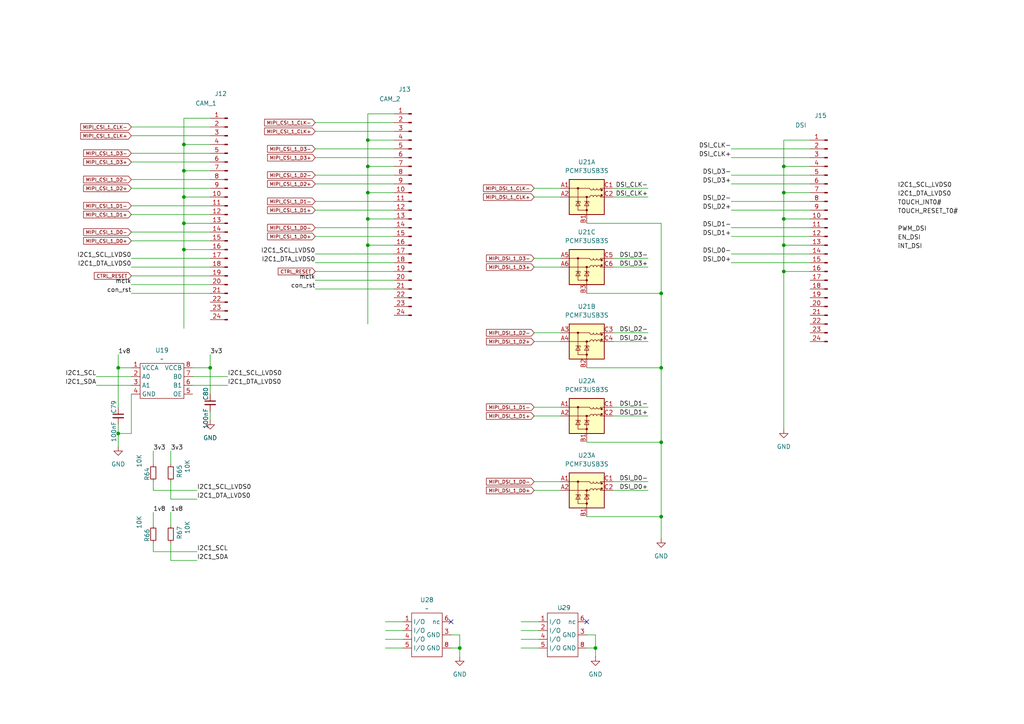
<source format=kicad_sch>
(kicad_sch (version 20231120) (generator "eeschema") (generator_version "8.0")
  (paper "A4")
  (lib_symbols
    (symbol "Connector:Conn_01x24_Pin" (pin_names (offset 1.016) hide)
      (property "Reference" "J" (at 0 30.48 0))
      (property "Value" "Conn_01x24_Pin" (at 0 -33.02 0))
      (symbol "Conn_01x24_Pin_1_1"
        (polyline (pts (xy 1.27 -30.48) (xy 0.8636 -30.48)) (stroke (width 0.1524)))
        (polyline (pts (xy 1.27 -27.94) (xy 0.8636 -27.94)) (stroke (width 0.1524)))
        (polyline (pts (xy 1.27 -25.4) (xy 0.8636 -25.4)) (stroke (width 0.1524)))
        (polyline (pts (xy 1.27 -22.86) (xy 0.8636 -22.86)) (stroke (width 0.1524)))
        (polyline (pts (xy 1.27 -20.32) (xy 0.8636 -20.32)) (stroke (width 0.1524)))
        (polyline (pts (xy 1.27 -17.78) (xy 0.8636 -17.78)) (stroke (width 0.1524)))
        (polyline (pts (xy 1.27 -15.24) (xy 0.8636 -15.24)) (stroke (width 0.1524)))
        (polyline (pts (xy 1.27 -12.7) (xy 0.8636 -12.7)) (stroke (width 0.1524)))
        (polyline (pts (xy 1.27 -10.16) (xy 0.8636 -10.16)) (stroke (width 0.1524)))
        (polyline (pts (xy 1.27 -7.62) (xy 0.8636 -7.62)) (stroke (width 0.1524)))
        (polyline (pts (xy 1.27 -5.08) (xy 0.8636 -5.08)) (stroke (width 0.1524)))
        (polyline (pts (xy 1.27 -2.54) (xy 0.8636 -2.54)) (stroke (width 0.1524)))
        (polyline (pts (xy 1.27 0) (xy 0.8636 0)) (stroke (width 0.1524)))
        (polyline (pts (xy 1.27 2.54) (xy 0.8636 2.54)) (stroke (width 0.1524)))
        (polyline (pts (xy 1.27 5.08) (xy 0.8636 5.08)) (stroke (width 0.1524)))
        (polyline (pts (xy 1.27 7.62) (xy 0.8636 7.62)) (stroke (width 0.1524)))
        (polyline (pts (xy 1.27 10.16) (xy 0.8636 10.16)) (stroke (width 0.1524)))
        (polyline (pts (xy 1.27 12.7) (xy 0.8636 12.7)) (stroke (width 0.1524)))
        (polyline (pts (xy 1.27 15.24) (xy 0.8636 15.24)) (stroke (width 0.1524)))
        (polyline (pts (xy 1.27 17.78) (xy 0.8636 17.78)) (stroke (width 0.1524)))
        (polyline (pts (xy 1.27 20.32) (xy 0.8636 20.32)) (stroke (width 0.1524)))
        (polyline (pts (xy 1.27 22.86) (xy 0.8636 22.86)) (stroke (width 0.1524)))
        (polyline (pts (xy 1.27 25.4) (xy 0.8636 25.4)) (stroke (width 0.1524)))
        (polyline (pts (xy 1.27 27.94) (xy 0.8636 27.94)) (stroke (width 0.1524)))
        (rectangle (start 0.8636 -30.353) (end 0 -30.607) (stroke (width 0.1524)) (fill (type outline)))
        (rectangle (start 0.8636 -27.813) (end 0 -28.067) (stroke (width 0.1524)) (fill (type outline)))
        (rectangle (start 0.8636 -25.273) (end 0 -25.527) (stroke (width 0.1524)) (fill (type outline)))
        (rectangle (start 0.8636 -22.733) (end 0 -22.987) (stroke (width 0.1524)) (fill (type outline)))
        (rectangle (start 0.8636 -20.193) (end 0 -20.447) (stroke (width 0.1524)) (fill (type outline)))
        (rectangle (start 0.8636 -17.653) (end 0 -17.907) (stroke (width 0.1524)) (fill (type outline)))
        (rectangle (start 0.8636 -15.113) (end 0 -15.367) (stroke (width 0.1524)) (fill (type outline)))
        (rectangle (start 0.8636 -12.573) (end 0 -12.827) (stroke (width 0.1524)) (fill (type outline)))
        (rectangle (start 0.8636 -10.033) (end 0 -10.287) (stroke (width 0.1524)) (fill (type outline)))
        (rectangle (start 0.8636 -7.493) (end 0 -7.747) (stroke (width 0.1524)) (fill (type outline)))
        (rectangle (start 0.8636 -4.953) (end 0 -5.207) (stroke (width 0.1524)) (fill (type outline)))
        (rectangle (start 0.8636 -2.413) (end 0 -2.667) (stroke (width 0.1524)) (fill (type outline)))
        (rectangle (start 0.8636 0.127) (end 0 -0.127) (stroke (width 0.1524)) (fill (type outline)))
        (rectangle (start 0.8636 2.667) (end 0 2.413) (stroke (width 0.1524)) (fill (type outline)))
        (rectangle (start 0.8636 5.207) (end 0 4.953) (stroke (width 0.1524)) (fill (type outline)))
        (rectangle (start 0.8636 7.747) (end 0 7.493) (stroke (width 0.1524)) (fill (type outline)))
        (rectangle (start 0.8636 10.287) (end 0 10.033) (stroke (width 0.1524)) (fill (type outline)))
        (rectangle (start 0.8636 12.827) (end 0 12.573) (stroke (width 0.1524)) (fill (type outline)))
        (rectangle (start 0.8636 15.367) (end 0 15.113) (stroke (width 0.1524)) (fill (type outline)))
        (rectangle (start 0.8636 17.907) (end 0 17.653) (stroke (width 0.1524)) (fill (type outline)))
        (rectangle (start 0.8636 20.447) (end 0 20.193) (stroke (width 0.1524)) (fill (type outline)))
        (rectangle (start 0.8636 22.987) (end 0 22.733) (stroke (width 0.1524)) (fill (type outline)))
        (rectangle (start 0.8636 25.527) (end 0 25.273) (stroke (width 0.1524)) (fill (type outline)))
        (rectangle (start 0.8636 28.067) (end 0 27.813) (stroke (width 0.1524)) (fill (type outline)))
        (pin passive line (at 5.08 27.94 180) (length 3.81) (name "Pin_1") (number "1"))
        (pin passive line (at 5.08 5.08 180) (length 3.81) (name "Pin_10") (number "10"))
        (pin passive line (at 5.08 2.54 180) (length 3.81) (name "Pin_11") (number "11"))
        (pin passive line (at 5.08 0 180) (length 3.81) (name "Pin_12") (number "12"))
        (pin passive line (at 5.08 -2.54 180) (length 3.81) (name "Pin_13") (number "13"))
        (pin passive line (at 5.08 -5.08 180) (length 3.81) (name "Pin_14") (number "14"))
        (pin passive line (at 5.08 -7.62 180) (length 3.81) (name "Pin_15") (number "15"))
        (pin passive line (at 5.08 -10.16 180) (length 3.81) (name "Pin_16") (number "16"))
        (pin passive line (at 5.08 -12.7 180) (length 3.81) (name "Pin_17") (number "17"))
        (pin passive line (at 5.08 -15.24 180) (length 3.81) (name "Pin_18") (number "18"))
        (pin passive line (at 5.08 -17.78 180) (length 3.81) (name "Pin_19") (number "19"))
        (pin passive line (at 5.08 25.4 180) (length 3.81) (name "Pin_2") (number "2"))
        (pin passive line (at 5.08 -20.32 180) (length 3.81) (name "Pin_20") (number "20"))
        (pin passive line (at 5.08 -22.86 180) (length 3.81) (name "Pin_21") (number "21"))
        (pin passive line (at 5.08 -25.4 180) (length 3.81) (name "Pin_22") (number "22"))
        (pin passive line (at 5.08 -27.94 180) (length 3.81) (name "Pin_23") (number "23"))
        (pin passive line (at 5.08 -30.48 180) (length 3.81) (name "Pin_24") (number "24"))
        (pin passive line (at 5.08 22.86 180) (length 3.81) (name "Pin_3") (number "3"))
        (pin passive line (at 5.08 20.32 180) (length 3.81) (name "Pin_4") (number "4"))
        (pin passive line (at 5.08 17.78 180) (length 3.81) (name "Pin_5") (number "5"))
        (pin passive line (at 5.08 15.24 180) (length 3.81) (name "Pin_6") (number "6"))
        (pin passive line (at 5.08 12.7 180) (length 3.81) (name "Pin_7") (number "7"))
        (pin passive line (at 5.08 10.16 180) (length 3.81) (name "Pin_8") (number "8"))
        (pin passive line (at 5.08 7.62 180) (length 3.81) (name "Pin_9") (number "9"))
      )
    )
    (symbol "Device:C_Small" (pin_numbers hide) (pin_names (offset 0.254) hide)
      (property "Reference" "C" (at 0.254 1.778 0))
      (property "Value" "C_Small" (at 0.254 -2.032 0))
      (symbol "C_Small_0_1"
        (polyline (pts (xy -1.524 -0.508) (xy 1.524 -0.508)) (stroke (width 0.3302)))
        (polyline (pts (xy -1.524 0.508) (xy 1.524 0.508)) (stroke (width 0.3048)))
      )
      (symbol "C_Small_1_1"
        (pin passive line (at 0 2.54 270) (length 2.032) (name "~") (number "1"))
        (pin passive line (at 0 -2.54 90) (length 2.032) (name "~") (number "2"))
      )
    )
    (symbol "Device:R_Small" (pin_numbers hide) (pin_names (offset 0.254) hide)
      (property "Reference" "R" (at 0.762 0.508 0))
      (property "Value" "R_Small" (at 0.762 -1.016 0))
      (symbol "R_Small_0_1"
        (rectangle (start -0.762 1.778) (end 0.762 -1.778) (stroke (width 0.2032)))
      )
      (symbol "R_Small_1_1"
        (pin passive line (at 0 2.54 270) (length 0.762) (name "~") (number "1"))
        (pin passive line (at 0 -2.54 90) (length 0.762) (name "~") (number "2"))
      )
    )
    (symbol "Power_Protection:PCMF3USB3S" (pin_names (offset 0.0254) hide)
      (property "Reference" "U" (at -5.08 6.35 0))
      (property "Value" "PCMF3USB3S" (at 7.62 6.35 0))
      (symbol "PCMF3USB3S_0_1"
        (rectangle (start -5.08 5.08) (end 5.08 -5.08) (stroke (width 0.254)) (fill (type background)))
        (polyline (pts (xy -5.08 0) (xy 0.889 0)))
        (polyline (pts (xy -5.08 2.54) (xy 0.889 2.54)))
        (polyline (pts (xy -2.54 2.54) (xy -2.54 -3.81)))
        (polyline (pts (xy 0 0) (xy 0 -5.08)))
        (polyline (pts (xy 5.08 0) (xy 3.937 0)))
        (polyline (pts (xy 5.08 2.54) (xy 3.937 2.54)))
        (arc (start 0.889 2.5023) (mid 1.397 2.0306) (end 1.905 2.5023))
        (arc (start 1.905 0.0377) (mid 1.397 0.5094) (end 0.889 0.0377))
        (arc (start 1.905 2.5023) (mid 2.413 2.0306) (end 2.921 2.5023))
        (arc (start 2.921 0.0377) (mid 2.413 0.5094) (end 1.905 0.0377))
        (arc (start 2.921 2.5023) (mid 3.429 2.0306) (end 3.937 2.5023))
        (arc (start 3.937 0.0377) (mid 3.429 0.5094) (end 2.921 0.0377))
      )
      (symbol "PCMF3USB3S_1_1"
        (circle (center -2.54 2.54) (radius 0.254) (fill (type outline)))
        (circle (center 0 -3.81) (radius 0.254) (fill (type outline)))
        (polyline (pts (xy 0 -3.81) (xy -2.54 -3.81)))
        (polyline (pts (xy -1.905 -1.651) (xy -1.905 -1.27) (xy -3.175 -1.27)))
        (polyline (pts (xy 0.635 -1.651) (xy 0.635 -1.27) (xy -0.635 -1.27)))
        (polyline (pts (xy -3.175 -2.54) (xy -1.905 -2.54) (xy -2.54 -1.27) (xy -3.175 -2.54)))
        (polyline (pts (xy -0.635 -2.54) (xy 0.635 -2.54) (xy 0 -1.27) (xy -0.635 -2.54)))
        (circle (center 0 0) (radius 0.254) (fill (type outline)))
        (circle (center 4.318 0.508) (radius 0.254) (fill (type outline)))
        (circle (center 4.318 2.032) (radius 0.254) (fill (type outline)))
        (pin passive line (at -7.62 2.54 0) (length 2.54) (name "CH1_IN+") (number "A1"))
        (pin passive line (at -7.62 0 0) (length 2.54) (name "CH1_IN-") (number "A2"))
        (pin power_in line (at 0 -7.62 90) (length 2.54) (name "GND_CH1") (number "B1"))
        (pin passive line (at 7.62 2.54 180) (length 2.54) (name "CH1_OUT+") (number "C1"))
        (pin passive line (at 7.62 0 180) (length 2.54) (name "CH1_OUT-") (number "C2"))
      )
      (symbol "PCMF3USB3S_2_1"
        (circle (center -2.54 2.54) (radius 0.254) (fill (type outline)))
        (circle (center 0 -3.81) (radius 0.254) (fill (type outline)))
        (polyline (pts (xy 0 -3.81) (xy -2.54 -3.81)))
        (polyline (pts (xy -1.905 -1.651) (xy -1.905 -1.27) (xy -3.175 -1.27)))
        (polyline (pts (xy 0.635 -1.651) (xy 0.635 -1.27) (xy -0.635 -1.27)))
        (polyline (pts (xy -3.175 -2.54) (xy -1.905 -2.54) (xy -2.54 -1.27) (xy -3.175 -2.54)))
        (polyline (pts (xy -0.635 -2.54) (xy 0.635 -2.54) (xy 0 -1.27) (xy -0.635 -2.54)))
        (circle (center 0 0) (radius 0.254) (fill (type outline)))
        (circle (center 4.318 0.508) (radius 0.254) (fill (type outline)))
        (circle (center 4.318 2.032) (radius 0.254) (fill (type outline)))
        (pin passive line (at -7.62 2.54 0) (length 2.54) (name "CH2_IN+") (number "A3"))
        (pin passive line (at -7.62 0 0) (length 2.54) (name "CH2_IN-") (number "A4"))
        (pin power_in line (at 0 -7.62 90) (length 2.54) (name "GND_CH2") (number "B2"))
        (pin passive line (at 7.62 2.54 180) (length 2.54) (name "CH2_OUT+") (number "C3"))
        (pin passive line (at 7.62 0 180) (length 2.54) (name "CH2_OUT-") (number "C4"))
      )
      (symbol "PCMF3USB3S_3_1"
        (circle (center -2.54 2.54) (radius 0.254) (fill (type outline)))
        (circle (center 0 -3.81) (radius 0.254) (fill (type outline)))
        (polyline (pts (xy 0 -3.81) (xy -2.54 -3.81)))
        (polyline (pts (xy -1.905 -1.651) (xy -1.905 -1.27) (xy -3.175 -1.27)))
        (polyline (pts (xy 0.635 -1.651) (xy 0.635 -1.27) (xy -0.635 -1.27)))
        (polyline (pts (xy -3.175 -2.54) (xy -1.905 -2.54) (xy -2.54 -1.27) (xy -3.175 -2.54)))
        (polyline (pts (xy -0.635 -2.54) (xy 0.635 -2.54) (xy 0 -1.27) (xy -0.635 -2.54)))
        (circle (center 0 0) (radius 0.254) (fill (type outline)))
        (circle (center 4.318 0.508) (radius 0.254) (fill (type outline)))
        (circle (center 4.318 2.032) (radius 0.254) (fill (type outline)))
        (pin passive line (at -7.62 2.54 0) (length 2.54) (name "CH3_IN+") (number "A5"))
        (pin passive line (at -7.62 0 0) (length 2.54) (name "CH3_IN-") (number "A6"))
        (pin power_in line (at 0 -7.62 90) (length 2.54) (name "GND_CH3") (number "B3"))
        (pin passive line (at 7.62 2.54 180) (length 2.54) (name "CH3_OUT+") (number "C5"))
        (pin passive line (at 7.62 0 180) (length 2.54) (name "CH3_OUT-") (number "C6"))
      )
    )
    (symbol "_W_MX8M:D3V3F4U10LP-7"
      (property "Reference" "U" (at -0.254 5.334 0))
      (symbol "D3V3F4U10LP-7_0_1"
        (rectangle (start -5.08 3.81) (end 3.81 -8.89))
      )
      (symbol "D3V3F4U10LP-7_1_1"
        (pin input line (at -7.62 1.27 0) (length 2.54) (name "I/O") (number "1"))
        (pin input line (at 6.35 1.27 180) (length 2.54) hide (name "nc") (number "10"))
        (pin input line (at -7.62 -1.27 0) (length 2.54) (name "I/O") (number "2"))
        (pin input line (at 6.35 -2.54 180) (length 2.54) (name "GND") (number "3"))
        (pin input line (at -7.62 -3.81 0) (length 2.54) (name "I/O") (number "4"))
        (pin input line (at -7.62 -6.35 0) (length 2.54) (name "I/O") (number "5"))
        (pin input line (at 6.35 1.27 180) (length 2.54) (name "nc") (number "6"))
        (pin input line (at 6.35 1.27 180) (length 2.54) hide (name "nc") (number "7"))
        (pin input line (at 6.35 -6.35 180) (length 2.54) (name "GND") (number "8"))
        (pin input line (at 6.35 1.27 180) (length 2.54) hide (name "nc") (number "9"))
      )
    )
    (symbol "_W_MX8M:FXMA2102L8X"
      (property "Reference" "U" (at 1.016 9.144 0))
      (symbol "FXMA2102L8X_0_1"
        (rectangle (start -5.08 7.62) (end 7.62 -2.54))
      )
      (symbol "FXMA2102L8X_1_1"
        (pin input line (at -7.62 6.35 0) (length 2.54) (name "VCCA") (number "1"))
        (pin input line (at -7.62 3.81 0) (length 2.54) (name "A0") (number "2"))
        (pin input line (at -7.62 1.27 0) (length 2.54) (name "A1") (number "3"))
        (pin input line (at -7.62 -1.27 0) (length 2.54) (name "GND") (number "4"))
        (pin input line (at 10.16 -1.27 180) (length 2.54) (name "OE") (number "5"))
        (pin input line (at 10.16 1.27 180) (length 2.54) (name "B1") (number "6"))
        (pin input line (at 10.16 3.81 180) (length 2.54) (name "B0") (number "7"))
        (pin input line (at 10.16 6.35 180) (length 2.54) (name "VCCB") (number "8"))
      )
    )
    (symbol "power:GND" (power) (pin_numbers hide) (pin_names (offset 0) hide)
      (property "Value" "GND" (at 0 -3.81 0))
      (symbol "GND_0_1"
        (polyline (pts (xy 0 0) (xy 0 -1.27) (xy 1.27 -1.27) (xy 0 -2.54) (xy -1.27 -1.27) (xy 0 -1.27)))
      )
      (symbol "GND_1_1"
        (pin power_in line (at 0 0 270) (length 0) (name "~") (number "1"))
      )
    )
  )
  (junction (at 172.72 187.96))
  (junction (at 53.34 49.53))
  (junction (at 60.96 106.68))
  (junction (at 53.34 72.39))
  (junction (at 191.77 85.09))
  (junction (at 53.34 64.77))
  (junction (at 133.35 187.96))
  (junction (at 227.33 71.12))
  (junction (at 106.68 71.12))
  (junction (at 53.34 57.15))
  (junction (at 227.33 78.74))
  (junction (at 34.29 106.68))
  (junction (at 106.68 48.26))
  (junction (at 227.33 55.88))
  (junction (at 191.77 106.68))
  (junction (at 34.29 125.73))
  (junction (at 53.34 41.91))
  (junction (at 106.68 40.64))
  (junction (at 106.68 55.88))
  (junction (at 227.33 48.26))
  (junction (at 227.33 63.5))
  (junction (at 191.77 128.27))
  (junction (at 191.77 149.86))
  (junction (at 106.68 63.5))
  (no_connect (at 170.18 180.34))
  (no_connect (at 130.81 180.34))
  (wire (pts (xy 133.35 184.15) (xy 133.35 187.96)))
  (wire (pts (xy 91.44 35.56) (xy 114.3 35.56)))
  (wire (pts (xy 34.29 125.73) (xy 38.1 125.73)))
  (wire (pts (xy 177.8 96.52) (xy 187.96 96.52)))
  (wire (pts (xy 170.18 184.15) (xy 172.72 184.15)))
  (wire (pts (xy 38.1 62.23) (xy 60.96 62.23)))
  (wire (pts (xy 49.53 162.56) (xy 57.15 162.56)))
  (wire (pts (xy 170.18 128.27) (xy 191.77 128.27)))
  (wire (pts (xy 212.09 50.8) (xy 234.95 50.8)))
  (wire (pts (xy 151.13 182.88) (xy 156.21 182.88)))
  (wire (pts (xy 154.94 118.11) (xy 162.56 118.11)))
  (wire (pts (xy 91.44 53.34) (xy 114.3 53.34)))
  (wire (pts (xy 170.18 64.77) (xy 191.77 64.77)))
  (wire (pts (xy 91.44 68.58) (xy 114.3 68.58)))
  (wire (pts (xy 212.09 53.34) (xy 234.95 53.34)))
  (wire (pts (xy 130.81 187.96) (xy 133.35 187.96)))
  (wire (pts (xy 34.29 123.19) (xy 34.29 125.73)))
  (wire (pts (xy 114.3 40.64) (xy 106.68 40.64)))
  (wire (pts (xy 114.3 33.02) (xy 106.68 33.02)))
  (wire (pts (xy 177.8 139.7) (xy 187.96 139.7)))
  (wire (pts (xy 91.44 76.2) (xy 114.3 76.2)))
  (wire (pts (xy 60.96 49.53) (xy 53.34 49.53)))
  (wire (pts (xy 53.34 57.15) (xy 53.34 64.77)))
  (wire (pts (xy 38.1 109.22) (xy 27.94 109.22)))
  (wire (pts (xy 227.33 48.26) (xy 227.33 55.88)))
  (wire (pts (xy 44.45 139.7) (xy 44.45 142.24)))
  (wire (pts (xy 234.95 63.5) (xy 227.33 63.5)))
  (wire (pts (xy 170.18 85.09) (xy 191.77 85.09)))
  (wire (pts (xy 38.1 39.37) (xy 60.96 39.37)))
  (wire (pts (xy 234.95 55.88) (xy 227.33 55.88)))
  (wire (pts (xy 91.44 43.18) (xy 114.3 43.18)))
  (wire (pts (xy 111.76 180.34) (xy 116.84 180.34)))
  (wire (pts (xy 154.94 54.61) (xy 162.56 54.61)))
  (wire (pts (xy 38.1 54.61) (xy 60.96 54.61)))
  (wire (pts (xy 227.33 63.5) (xy 227.33 71.12)))
  (wire (pts (xy 191.77 64.77) (xy 191.77 85.09)))
  (wire (pts (xy 38.1 59.69) (xy 60.96 59.69)))
  (wire (pts (xy 38.1 67.31) (xy 60.96 67.31)))
  (wire (pts (xy 38.1 46.99) (xy 60.96 46.99)))
  (wire (pts (xy 38.1 69.85) (xy 60.96 69.85)))
  (wire (pts (xy 38.1 44.45) (xy 60.96 44.45)))
  (wire (pts (xy 91.44 66.04) (xy 114.3 66.04)))
  (wire (pts (xy 60.96 106.68) (xy 60.96 114.3)))
  (wire (pts (xy 154.94 139.7) (xy 162.56 139.7)))
  (wire (pts (xy 106.68 55.88) (xy 106.68 63.5)))
  (wire (pts (xy 38.1 36.83) (xy 60.96 36.83)))
  (wire (pts (xy 60.96 41.91) (xy 53.34 41.91)))
  (wire (pts (xy 172.72 187.96) (xy 172.72 190.5)))
  (wire (pts (xy 49.53 157.48) (xy 49.53 162.56)))
  (wire (pts (xy 91.44 50.8) (xy 114.3 50.8)))
  (wire (pts (xy 34.29 102.87) (xy 34.29 106.68)))
  (wire (pts (xy 60.96 34.29) (xy 53.34 34.29)))
  (wire (pts (xy 44.45 157.48) (xy 44.45 160.02)))
  (wire (pts (xy 34.29 125.73) (xy 34.29 129.54)))
  (wire (pts (xy 111.76 182.88) (xy 116.84 182.88)))
  (wire (pts (xy 60.96 72.39) (xy 53.34 72.39)))
  (wire (pts (xy 133.35 187.96) (xy 133.35 190.5)))
  (wire (pts (xy 44.45 142.24) (xy 57.15 142.24)))
  (wire (pts (xy 44.45 160.02) (xy 57.15 160.02)))
  (wire (pts (xy 151.13 185.42) (xy 156.21 185.42)))
  (wire (pts (xy 91.44 78.74) (xy 114.3 78.74)))
  (wire (pts (xy 212.09 73.66) (xy 234.95 73.66)))
  (wire (pts (xy 177.8 99.06) (xy 187.96 99.06)))
  (wire (pts (xy 34.29 106.68) (xy 34.29 118.11)))
  (wire (pts (xy 91.44 38.1) (xy 114.3 38.1)))
  (wire (pts (xy 55.88 111.76) (xy 66.04 111.76)))
  (wire (pts (xy 227.33 78.74) (xy 227.33 124.46)))
  (wire (pts (xy 91.44 81.28) (xy 114.3 81.28)))
  (wire (pts (xy 111.76 187.96) (xy 116.84 187.96)))
  (wire (pts (xy 212.09 58.42) (xy 234.95 58.42)))
  (wire (pts (xy 154.94 74.93) (xy 162.56 74.93)))
  (wire (pts (xy 234.95 48.26) (xy 227.33 48.26)))
  (wire (pts (xy 170.18 106.68) (xy 191.77 106.68)))
  (wire (pts (xy 191.77 128.27) (xy 191.77 149.86)))
  (wire (pts (xy 154.94 96.52) (xy 162.56 96.52)))
  (wire (pts (xy 191.77 85.09) (xy 191.77 106.68)))
  (wire (pts (xy 212.09 76.2) (xy 234.95 76.2)))
  (wire (pts (xy 53.34 64.77) (xy 53.34 72.39)))
  (wire (pts (xy 53.34 72.39) (xy 53.34 95.25)))
  (wire (pts (xy 234.95 78.74) (xy 227.33 78.74)))
  (wire (pts (xy 212.09 68.58) (xy 234.95 68.58)))
  (wire (pts (xy 106.68 40.64) (xy 106.68 48.26)))
  (wire (pts (xy 38.1 111.76) (xy 27.94 111.76)))
  (wire (pts (xy 53.34 49.53) (xy 53.34 57.15)))
  (wire (pts (xy 151.13 180.34) (xy 156.21 180.34)))
  (wire (pts (xy 130.81 184.15) (xy 133.35 184.15)))
  (wire (pts (xy 177.8 120.65) (xy 187.96 120.65)))
  (wire (pts (xy 114.3 63.5) (xy 106.68 63.5)))
  (wire (pts (xy 151.13 187.96) (xy 156.21 187.96)))
  (wire (pts (xy 38.1 52.07) (xy 60.96 52.07)))
  (wire (pts (xy 91.44 45.72) (xy 114.3 45.72)))
  (wire (pts (xy 114.3 71.12) (xy 106.68 71.12)))
  (wire (pts (xy 154.94 120.65) (xy 162.56 120.65)))
  (wire (pts (xy 49.53 148.59) (xy 49.53 152.4)))
  (wire (pts (xy 60.96 57.15) (xy 53.34 57.15)))
  (wire (pts (xy 49.53 144.78) (xy 57.15 144.78)))
  (wire (pts (xy 172.72 184.15) (xy 172.72 187.96)))
  (wire (pts (xy 60.96 102.87) (xy 60.96 106.68)))
  (wire (pts (xy 177.8 118.11) (xy 187.96 118.11)))
  (wire (pts (xy 234.95 40.64) (xy 227.33 40.64)))
  (wire (pts (xy 227.33 71.12) (xy 227.33 78.74)))
  (wire (pts (xy 227.33 40.64) (xy 227.33 48.26)))
  (wire (pts (xy 55.88 109.22) (xy 66.04 109.22)))
  (wire (pts (xy 234.95 71.12) (xy 227.33 71.12)))
  (wire (pts (xy 106.68 33.02) (xy 106.68 40.64)))
  (wire (pts (xy 38.1 106.68) (xy 34.29 106.68)))
  (wire (pts (xy 177.8 57.15) (xy 187.96 57.15)))
  (wire (pts (xy 55.88 106.68) (xy 60.96 106.68)))
  (wire (pts (xy 49.53 130.81) (xy 49.53 134.62)))
  (wire (pts (xy 38.1 82.55) (xy 60.96 82.55)))
  (wire (pts (xy 38.1 77.47) (xy 60.96 77.47)))
  (wire (pts (xy 177.8 77.47) (xy 187.96 77.47)))
  (wire (pts (xy 177.8 142.24) (xy 187.96 142.24)))
  (wire (pts (xy 212.09 45.72) (xy 234.95 45.72)))
  (wire (pts (xy 60.96 119.38) (xy 60.96 121.92)))
  (wire (pts (xy 38.1 74.93) (xy 60.96 74.93)))
  (wire (pts (xy 106.68 48.26) (xy 106.68 55.88)))
  (wire (pts (xy 91.44 73.66) (xy 114.3 73.66)))
  (wire (pts (xy 60.96 64.77) (xy 53.34 64.77)))
  (wire (pts (xy 38.1 114.3) (xy 38.1 125.73)))
  (wire (pts (xy 38.1 85.09) (xy 60.96 85.09)))
  (wire (pts (xy 154.94 99.06) (xy 162.56 99.06)))
  (wire (pts (xy 114.3 48.26) (xy 106.68 48.26)))
  (wire (pts (xy 177.8 74.93) (xy 187.96 74.93)))
  (wire (pts (xy 114.3 55.88) (xy 106.68 55.88)))
  (wire (pts (xy 91.44 83.82) (xy 114.3 83.82)))
  (wire (pts (xy 38.1 80.01) (xy 60.96 80.01)))
  (wire (pts (xy 53.34 34.29) (xy 53.34 41.91)))
  (wire (pts (xy 191.77 149.86) (xy 191.77 156.21)))
  (wire (pts (xy 212.09 60.96) (xy 234.95 60.96)))
  (wire (pts (xy 212.09 66.04) (xy 234.95 66.04)))
  (wire (pts (xy 212.09 43.18) (xy 234.95 43.18)))
  (wire (pts (xy 91.44 58.42) (xy 114.3 58.42)))
  (wire (pts (xy 177.8 54.61) (xy 187.96 54.61)))
  (wire (pts (xy 170.18 149.86) (xy 191.77 149.86)))
  (wire (pts (xy 53.34 41.91) (xy 53.34 49.53)))
  (wire (pts (xy 154.94 57.15) (xy 162.56 57.15)))
  (wire (pts (xy 49.53 139.7) (xy 49.53 144.78)))
  (wire (pts (xy 44.45 130.81) (xy 44.45 134.62)))
  (wire (pts (xy 106.68 71.12) (xy 106.68 93.98)))
  (wire (pts (xy 154.94 77.47) (xy 162.56 77.47)))
  (wire (pts (xy 154.94 142.24) (xy 162.56 142.24)))
  (wire (pts (xy 106.68 63.5) (xy 106.68 71.12)))
  (wire (pts (xy 170.18 187.96) (xy 172.72 187.96)))
  (wire (pts (xy 91.44 60.96) (xy 114.3 60.96)))
  (wire (pts (xy 111.76 185.42) (xy 116.84 185.42)))
  (wire (pts (xy 227.33 55.88) (xy 227.33 63.5)))
  (wire (pts (xy 191.77 106.68) (xy 191.77 128.27)))
  (wire (pts (xy 44.45 148.59) (xy 44.45 152.4)))
  (label "I2C1_SCL" (at 57.15 160.02 0))
  (label "iNT_DSI" (at 260.35 72.39 0))
  (label "I2C1_SCL" (at 27.94 109.22 180))
  (label "DSI_D2-" (at 187.96 96.52 180))
  (label "I2C1_DTA_LVDS0" (at 57.15 144.78 0))
  (label "1v8" (at 44.45 148.59 0))
  (label "con_rst" (at 38.1 85.09 180))
  (label "I2C1_SCL_LVDS0" (at 38.1 74.93 180))
  (label "TOUCH_INT0#" (at 260.35 59.69 0))
  (label "DSI_D1-" (at 212.09 66.04 180))
  (label "DSI_D0-" (at 212.09 73.66 180))
  (label "3v3" (at 49.53 130.81 0))
  (label "I2C1_DTA_LVDS0" (at 38.1 77.47 180))
  (label "I2C1_SCL_LVDS0" (at 66.04 109.22 0))
  (label "PWM_DSI" (at 260.35 67.31 0))
  (label "3v3" (at 44.45 130.81 0))
  (label "DSI_CLK-" (at 212.09 43.18 180))
  (label "DSI_D1-" (at 187.96 118.11 180))
  (label "EN_DSI" (at 260.35 69.85 0))
  (label "DSI_D0-" (at 187.96 139.7 180))
  (label "DSI_D3-" (at 212.09 50.8 180))
  (label "DSI_D0+" (at 212.09 76.2 180))
  (label "3v3" (at 60.96 102.87 0))
  (label "DSI_D2-" (at 212.09 58.42 180))
  (label "I2C1_SCL_LVDS0" (at 260.35 54.61 0))
  (label "con_rst" (at 91.44 83.82 180))
  (label "DSI_D3+" (at 187.96 77.47 180))
  (label "1v8" (at 49.53 148.59 0))
  (label "DSI_CLK+" (at 212.09 45.72 180))
  (label "DSI_D2+" (at 212.09 60.96 180))
  (label "DSI_CLK-" (at 187.96 54.61 180))
  (label "DSI_D0+" (at 187.96 142.24 180))
  (label "DSI_CLK+" (at 187.96 57.15 180))
  (label "DSI_D2+" (at 187.96 99.06 180))
  (label "I2C1_DTA_LVDS0" (at 66.04 111.76 0))
  (label "mclk" (at 38.1 82.55 180))
  (label "DSI_D1+" (at 212.09 68.58 180))
  (label "DSI_D3+" (at 212.09 53.34 180))
  (label "I2C1_SCL_LVDS0" (at 91.44 73.66 180))
  (label "I2C1_DTA_LVDS0" (at 91.44 76.2 180))
  (label "DSI_D3-" (at 187.96 74.93 180))
  (label "I2C1_SDA" (at 27.94 111.76 180))
  (label "mclk" (at 91.44 81.28 180))
  (label "I2C1_DTA_LVDS0" (at 260.35 57.15 0))
  (label "I2C1_SDA" (at 57.15 162.56 0))
  (label "1v8" (at 34.29 102.87 0))
  (label "TOUCH_RESET_T0#" (at 260.35 62.23 0))
  (label "DSI_D1+" (at 187.96 120.65 180))
  (label "I2C1_SCL_LVDS0" (at 57.15 142.24 0))
  (global_label "MIPI_CSI_1_D1-" (shape input) (at 38.1 59.69 180) (effects (font (size 1 1))) (property "Intersheetrefs" "${INTERSHEET_REFS}" (effects (hide yes))))
  (global_label "MIPI_DSI_1_D0-" (shape input) (at 154.94 139.7 180) (effects (font (size 1 1))) (property "Intersheetrefs" "${INTERSHEET_REFS}" (effects (hide yes))))
  (global_label "MIPI_CSI_1_CLK-" (shape input) (at 38.1 36.83 180) (effects (font (size 1 1))) (property "Intersheetrefs" "${INTERSHEET_REFS}" (effects (hide yes))))
  (global_label "MIPI_CSI_1_D0+" (shape input) (at 38.1 69.85 180) (effects (font (size 1 1))) (property "Intersheetrefs" "${INTERSHEET_REFS}" (effects (hide yes))))
  (global_label "MIPI_DSI_1_D1-" (shape input) (at 154.94 118.11 180) (effects (font (size 1 1))) (property "Intersheetrefs" "${INTERSHEET_REFS}" (effects (hide yes))))
  (global_label "MIPI_DSI_1_D2-" (shape input) (at 154.94 96.52 180) (effects (font (size 1 1))) (property "Intersheetrefs" "${INTERSHEET_REFS}" (effects (hide yes))))
  (global_label "CTRL_RESET" (shape input) (at 38.1 80.01 180) (effects (font (size 1 1))) (property "Intersheetrefs" "${INTERSHEET_REFS}" (effects (hide yes))))
  (global_label "MIPI_CSI_1_D2+" (shape input) (at 38.1 54.61 180) (effects (font (size 1 1))) (property "Intersheetrefs" "${INTERSHEET_REFS}" (effects (hide yes))))
  (global_label "MIPI_CSI_1_D1+" (shape input) (at 91.44 60.96 180) (effects (font (size 1 1))) (property "Intersheetrefs" "${INTERSHEET_REFS}" (effects (hide yes))))
  (global_label "MIPI_DSI_1_D1+" (shape input) (at 154.94 120.65 180) (effects (font (size 1 1))) (property "Intersheetrefs" "${INTERSHEET_REFS}" (effects (hide yes))))
  (global_label "MIPI_CSI_1_D3+" (shape input) (at 38.1 46.99 180) (effects (font (size 1 1))) (property "Intersheetrefs" "${INTERSHEET_REFS}" (effects (hide yes))))
  (global_label "MIPI_DSI_1_CLK+" (shape input) (at 154.94 57.15 180) (effects (font (size 1 1))) (property "Intersheetrefs" "${INTERSHEET_REFS}" (effects (hide yes))))
  (global_label "MIPI_CSI_1_D3+" (shape input) (at 91.44 45.72 180) (effects (font (size 1 1))) (property "Intersheetrefs" "${INTERSHEET_REFS}" (effects (hide yes))))
  (global_label "MIPI_CSI_1_CLK-" (shape input) (at 91.44 35.56 180) (effects (font (size 1 1))) (property "Intersheetrefs" "${INTERSHEET_REFS}" (effects (hide yes))))
  (global_label "MIPI_CSI_1_D2-" (shape input) (at 91.44 50.8 180) (effects (font (size 1 1))) (property "Intersheetrefs" "${INTERSHEET_REFS}" (effects (hide yes))))
  (global_label "MIPI_CSI_1_CLK+" (shape input) (at 91.44 38.1 180) (effects (font (size 1 1))) (property "Intersheetrefs" "${INTERSHEET_REFS}" (effects (hide yes))))
  (global_label "MIPI_DSI_1_D3+" (shape input) (at 154.94 77.47 180) (effects (font (size 1 1))) (property "Intersheetrefs" "${INTERSHEET_REFS}" (effects (hide yes))))
  (global_label "MIPI_CSI_1_D1+" (shape input) (at 38.1 62.23 180) (effects (font (size 1 1))) (property "Intersheetrefs" "${INTERSHEET_REFS}" (effects (hide yes))))
  (global_label "MIPI_CSI_1_D2-" (shape input) (at 38.1 52.07 180) (effects (font (size 1 1))) (property "Intersheetrefs" "${INTERSHEET_REFS}" (effects (hide yes))))
  (global_label "MIPI_CSI_1_D0+" (shape input) (at 91.44 68.58 180) (effects (font (size 1 1))) (property "Intersheetrefs" "${INTERSHEET_REFS}" (effects (hide yes))))
  (global_label "MIPI_DSI_1_D2+" (shape input) (at 154.94 99.06 180) (effects (font (size 1 1))) (property "Intersheetrefs" "${INTERSHEET_REFS}" (effects (hide yes))))
  (global_label "MIPI_CSI_1_D1-" (shape input) (at 91.44 58.42 180) (effects (font (size 1 1))) (property "Intersheetrefs" "${INTERSHEET_REFS}" (effects (hide yes))))
  (global_label "MIPI_CSI_1_CLK+" (shape input) (at 38.1 39.37 180) (effects (font (size 1 1))) (property "Intersheetrefs" "${INTERSHEET_REFS}" (effects (hide yes))))
  (global_label "MIPI_DSI_1_D0+" (shape input) (at 154.94 142.24 180) (effects (font (size 1 1))) (property "Intersheetrefs" "${INTERSHEET_REFS}" (effects (hide yes))))
  (global_label "CTRL_RESET" (shape input) (at 91.44 78.74 180) (effects (font (size 1 1))) (property "Intersheetrefs" "${INTERSHEET_REFS}" (effects (hide yes))))
  (global_label "MIPI_CSI_1_D3-" (shape input) (at 91.44 43.18 180) (effects (font (size 1 1))) (property "Intersheetrefs" "${INTERSHEET_REFS}" (effects (hide yes))))
  (global_label "MIPI_CSI_1_D2+" (shape input) (at 91.44 53.34 180) (effects (font (size 1 1))) (property "Intersheetrefs" "${INTERSHEET_REFS}" (effects (hide yes))))
  (global_label "MIPI_CSI_1_D0-" (shape input) (at 91.44 66.04 180) (effects (font (size 1 1))) (property "Intersheetrefs" "${INTERSHEET_REFS}" (effects (hide yes))))
  (global_label "MIPI_DSI_1_D3-" (shape input) (at 154.94 74.93 180) (effects (font (size 1 1))) (property "Intersheetrefs" "${INTERSHEET_REFS}" (effects (hide yes))))
  (global_label "MIPI_DSI_1_CLK-" (shape input) (at 154.94 54.61 180) (effects (font (size 1 1))) (property "Intersheetrefs" "${INTERSHEET_REFS}" (effects (hide yes))))
  (global_label "MIPI_CSI_1_D0-" (shape input) (at 38.1 67.31 180) (effects (font (size 1 1))) (property "Intersheetrefs" "${INTERSHEET_REFS}" (effects (hide yes))))
  (global_label "MIPI_CSI_1_D3-" (shape input) (at 38.1 44.45 180) (effects (font (size 1 1))) (property "Intersheetrefs" "${INTERSHEET_REFS}" (effects (hide yes))))
  (symbol (lib_id "Device:C_Small") (at 60.96 116.84 0) (unit 1)
    (property "Reference" "C80" (at 59.69 112.268 90) (effects (justify right)))
    (property "Value" "100nF" (at 59.69 118.364 90) (effects (justify right)))
    (property "Footprint" "Capacitor_SMD:C_0402_1005Metric" (effects (hide yes)))
    (property "Description" "Unpolarized capacitor, small symbol" (effects (hide yes)))
  )
  (symbol (lib_id "Device:R_Small") (at 44.45 137.16 0) (mirror y) (unit 1)
    (property "Reference" "R64" (at 42.672 139.446 90) (effects (justify left)))
    (property "Value" "10K" (at 40.386 135.636 90) (effects (justify left)))
    (property "Footprint" "Resistor_SMD:R_0402_1005Metric" (effects (hide yes)))
    (property "Description" "Resistor, small symbol" (effects (hide yes)))
  )
  (symbol (lib_id "_W_MX8M:D3V3F4U10LP-7") (at 163.83 181.61 0) (unit 1)
    (property "Reference" "U29" (at 163.576 176.276 0))
    (property "Value" "~" (at 163.195 176.53 0))
    (property "Footprint" "_W_SBC:DFN10_U-DFN2510-10_DIO" (effects (hide yes)))
  )
  (symbol (lib_id "Power_Protection:PCMF3USB3S") (at 170.18 120.65 0) (unit 1)
    (property "Reference" "U22" (at 170.18 110.49 0))
    (property "Value" "PCMF3USB3S" (at 170.18 113.03 0))
    (property "Footprint" "Package_CSP:Nexperia_WLCSP-15_6-3-6_2.37x1.17mm_Layout6x3_P0.4mm" (effects (hide yes)))
    (property "Datasheet" "https://assets.nexperia.com/documents/data-sheet/PCMFXUSB3S_SER.pdf" (effects (hide yes)))
    (property "Description" "Common-mode EMI filter for differential channels with integrated ESD protection" (effects (hide yes)))
  )
  (symbol (lib_id "Device:R_Small") (at 49.53 137.16 0) (mirror y) (unit 1)
    (property "Reference" "R65" (at 52.07 138.684 90) (effects (justify left)))
    (property "Value" "10K" (at 54.356 137.16 90) (effects (justify left)))
    (property "Footprint" "Resistor_SMD:R_0402_1005Metric" (effects (hide yes)))
    (property "Description" "Resistor, small symbol" (effects (hide yes)))
  )
  (symbol (lib_id "power:GND") (at 133.35 190.5 0) (unit 1)
    (property "Reference" "#PWR157" (effects (hide yes)))
    (property "Value" "GND" (at 133.35 195.58 0))
    (property "Description" "Power symbol creates a global label with name \"GND\" , ground" (effects (hide yes)))
  )
  (symbol (lib_id "Connector:Conn_01x24_Pin") (at 66.04 62.23 0) (mirror y) (unit 1)
    (property "Reference" "J12" (at 62.23 27.178 0) (effects (justify right)))
    (property "Value" "CAM_1" (at 56.642 29.972 0) (effects (justify right)))
    (property "Footprint" "Connector_FFC-FPC:Hirose_FH12-24S-0.5SH_1x24-1MP_P0.50mm_Horizontal" (effects (hide yes)))
    (property "Description" "Generic connector, single row, 01x24, script generated" (effects (hide yes)))
  )
  (symbol (lib_id "_W_MX8M:FXMA2102L8X") (at 45.72 113.03 0) (unit 1)
    (property "Reference" "U19" (at 46.99 101.6 0))
    (property "Value" "~" (at 46.99 104.14 0))
    (property "Footprint" "_W_SBC:MICROPAK8_1P6X1P6_ONS" (effects (hide yes)))
  )
  (symbol (lib_id "Power_Protection:PCMF3USB3S") (at 170.18 77.47 0) (unit 3)
    (property "Reference" "U21" (at 170.18 67.31 0))
    (property "Value" "PCMF3USB3S" (at 170.18 69.85 0))
    (property "Footprint" "Package_CSP:Nexperia_WLCSP-15_6-3-6_2.37x1.17mm_Layout6x3_P0.4mm" (effects (hide yes)))
    (property "Datasheet" "https://assets.nexperia.com/documents/data-sheet/PCMFXUSB3S_SER.pdf" (effects (hide yes)))
    (property "Description" "Common-mode EMI filter for differential channels with integrated ESD protection" (effects (hide yes)))
  )
  (symbol (lib_id "power:GND") (at 191.77 156.21 0) (unit 1)
    (property "Reference" "#PWR151" (effects (hide yes)))
    (property "Value" "GND" (at 191.77 161.29 0))
    (property "Description" "Power symbol creates a global label with name \"GND\" , ground" (effects (hide yes)))
  )
  (symbol (lib_id "_W_MX8M:D3V3F4U10LP-7") (at 124.46 181.61 0) (unit 1)
    (property "Reference" "U28" (at 123.825 173.99 0))
    (property "Value" "~" (at 123.825 176.53 0))
    (property "Footprint" "_W_SBC:DFN10_U-DFN2510-10_DIO" (effects (hide yes)))
  )
  (symbol (lib_id "Connector:Conn_01x24_Pin") (at 119.38 60.96 0) (mirror y) (unit 1)
    (property "Reference" "J13" (at 115.57 25.908 0) (effects (justify right)))
    (property "Value" "CAM_2" (at 109.982 28.702 0) (effects (justify right)))
    (property "Footprint" "Connector_FFC-FPC:Hirose_FH12-24S-0.5SH_1x24-1MP_P0.50mm_Horizontal" (effects (hide yes)))
    (property "Description" "Generic connector, single row, 01x24, script generated" (effects (hide yes)))
  )
  (symbol (lib_id "Device:R_Small") (at 49.53 154.94 0) (mirror y) (unit 1)
    (property "Reference" "R67" (at 52.07 156.464 90) (effects (justify left)))
    (property "Value" "10K" (at 54.356 154.94 90) (effects (justify left)))
    (property "Footprint" "Resistor_SMD:R_0402_1005Metric" (effects (hide yes)))
    (property "Description" "Resistor, small symbol" (effects (hide yes)))
  )
  (symbol (lib_id "Connector:Conn_01x24_Pin") (at 240.03 68.58 0) (mirror y) (unit 1)
    (property "Reference" "J15" (at 236.22 33.528 0) (effects (justify right)))
    (property "Value" "DSI" (at 230.632 36.322 0) (effects (justify right)))
    (property "Footprint" "Connector_FFC-FPC:Hirose_FH12-24S-0.5SH_1x24-1MP_P0.50mm_Horizontal" (effects (hide yes)))
    (property "Description" "Generic connector, single row, 01x24, script generated" (effects (hide yes)))
  )
  (symbol (lib_id "power:GND") (at 34.29 129.54 0) (unit 1)
    (property "Reference" "#PWR120" (effects (hide yes)))
    (property "Value" "GND" (at 34.29 134.62 0))
    (property "Description" "Power symbol creates a global label with name \"GND\" , ground" (effects (hide yes)))
  )
  (symbol (lib_id "Power_Protection:PCMF3USB3S") (at 170.18 142.24 0) (unit 1)
    (property "Reference" "U23" (at 170.18 132.08 0))
    (property "Value" "PCMF3USB3S" (at 170.18 134.62 0))
    (property "Footprint" "Package_CSP:Nexperia_WLCSP-15_6-3-6_2.37x1.17mm_Layout6x3_P0.4mm" (effects (hide yes)))
    (property "Datasheet" "https://assets.nexperia.com/documents/data-sheet/PCMFXUSB3S_SER.pdf" (effects (hide yes)))
    (property "Description" "Common-mode EMI filter for differential channels with integrated ESD protection" (effects (hide yes)))
  )
  (symbol (lib_id "Device:C_Small") (at 34.29 120.65 0) (unit 1)
    (property "Reference" "C79" (at 33.02 116.078 90) (effects (justify right)))
    (property "Value" "100nF" (at 33.02 122.174 90) (effects (justify right)))
    (property "Footprint" "Capacitor_SMD:C_0402_1005Metric" (effects (hide yes)))
    (property "Description" "Unpolarized capacitor, small symbol" (effects (hide yes)))
  )
  (symbol (lib_id "Device:R_Small") (at 44.45 154.94 0) (mirror y) (unit 1)
    (property "Reference" "R66" (at 42.672 157.226 90) (effects (justify left)))
    (property "Value" "10K" (at 40.386 153.416 90) (effects (justify left)))
    (property "Footprint" "Resistor_SMD:R_0402_1005Metric" (effects (hide yes)))
    (property "Description" "Resistor, small symbol" (effects (hide yes)))
  )
  (symbol (lib_id "Power_Protection:PCMF3USB3S") (at 170.18 99.06 0) (unit 2)
    (property "Reference" "U21" (at 170.18 88.9 0))
    (property "Value" "PCMF3USB3S" (at 170.18 91.44 0))
    (property "Footprint" "Package_CSP:Nexperia_WLCSP-15_6-3-6_2.37x1.17mm_Layout6x3_P0.4mm" (effects (hide yes)))
    (property "Datasheet" "https://assets.nexperia.com/documents/data-sheet/PCMFXUSB3S_SER.pdf" (effects (hide yes)))
    (property "Description" "Common-mode EMI filter for differential channels with integrated ESD protection" (effects (hide yes)))
  )
  (symbol (lib_id "power:GND") (at 60.96 121.92 0) (unit 1)
    (property "Reference" "#PWR121" (effects (hide yes)))
    (property "Value" "GND" (at 60.96 127 0))
    (property "Description" "Power symbol creates a global label with name \"GND\" , ground" (effects (hide yes)))
  )
  (symbol (lib_id "Power_Protection:PCMF3USB3S") (at 170.18 57.15 0) (unit 1)
    (property "Reference" "U21" (at 170.18 46.99 0))
    (property "Value" "PCMF3USB3S" (at 170.18 49.53 0))
    (property "Footprint" "Package_CSP:Nexperia_WLCSP-15_6-3-6_2.37x1.17mm_Layout6x3_P0.4mm" (effects (hide yes)))
    (property "Datasheet" "https://assets.nexperia.com/documents/data-sheet/PCMFXUSB3S_SER.pdf" (effects (hide yes)))
    (property "Description" "Common-mode EMI filter for differential channels with integrated ESD protection" (effects (hide yes)))
  )
  (symbol (lib_id "power:GND") (at 227.33 124.46 0) (unit 1)
    (property "Reference" "#PWR150" (effects (hide yes)))
    (property "Value" "GND" (at 227.33 129.54 0))
    (property "Description" "Power symbol creates a global label with name \"GND\" , ground" (effects (hide yes)))
  )
  (symbol (lib_id "power:GND") (at 172.72 190.5 0) (unit 1)
    (property "Reference" "#PWR158" (effects (hide yes)))
    (property "Value" "GND" (at 172.72 195.58 0))
    (property "Description" "Power symbol creates a global label with name \"GND\" , ground" (effects (hide yes)))
  )
)
</source>
